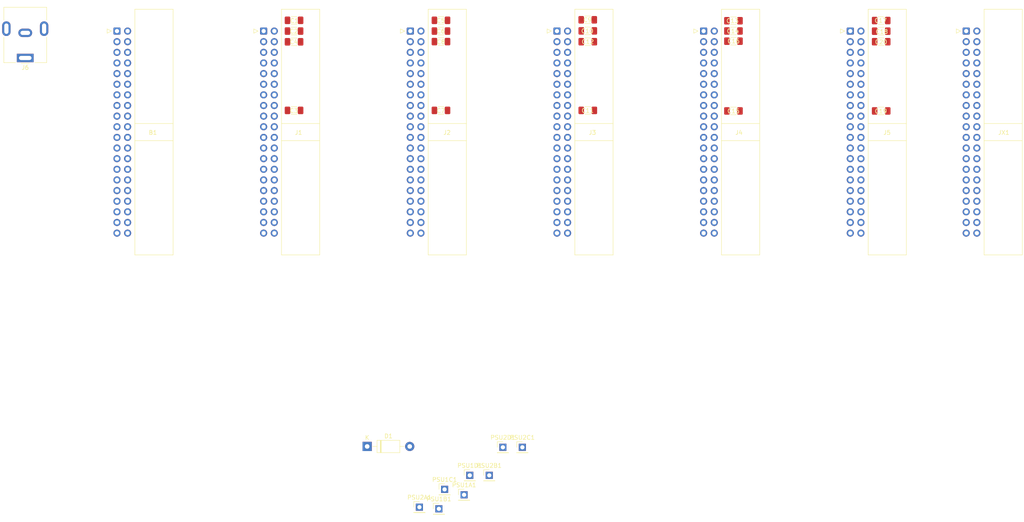
<source format=kicad_pcb>
(kicad_pcb (version 20211014) (generator pcbnew)
  (layers (0 "F.Cu" signal) (31 "B.Cu" signal) (34 "B.Paste" user) (35 "F.Paste" user) (36 "B.SilkS" user "B.Silkscreen") (37 "F.SilkS" user "F.Silkscreen") (38 "B.Mask" user) (39 "F.Mask" user) (44 "Edge.Cuts" user))
  (net 0 "")
  (net 2 "/GPIO02")
  (net 3 "/GPIO03")
  (net 4 "/GPIO04")
  (net 5 "GND")
  (net 6 "/GPIO17")
  (net 7 "/GPIO27")
  (net 8 "/GPIO22")
  (net 10 "/GPIO10")
  (net 11 "/GPIO09")
  (net 12 "/GPIO11")
  (net 13 "/GPIO00")
  (net 14 "/GPIO05")
  (net 15 "/GPIO06")
  (net 16 "/GPIO13")
  (net 17 "/GPIO19")
  (net 18 "/GPIO26")
  (net 19 "+5V")
  (net 20 "/GPIO14")
  (net 21 "/GPIO15")
  (net 22 "/GPIO18")
  (net 23 "/GPIO23")
  (net 24 "/GPIO24")
  (net 25 "/GPIO25")
  (net 26 "/GPIO08")
  (net 27 "/GPIO07")
  (net 28 "/GPIO01")
  (net 29 "/GPIO12")
  (net 30 "/GPIO16")
  (net 31 "/GPIO20")
  (net 32 "/GPIO21")
  (net 33 "+3V3")
  (net 34 "+12V")
  (net 35 "Net-(D1-Pad2)")
  (footprint "Connector_PinHeader_2.54mm:PinHeader_1x01_P2.54mm_Vertical" (layer "F.Cu") (at 129.1422 158.8852)
    (fp_text reference "PSU2A1" (at 0 -2.33) (layer "F.SilkS"))
    (fp_text value "PSUModulePin 1")
    (pad "1" thru_hole rect locked (at 0 0) (size 1.7 1.7) (drill 1) (layers *.Cu *.Mask) (net 34 "+12V"))
  )
  (footprint "Capacitor_SMD:C_1206_3216Metric_Pad1.33x1.80mm_HandSolder" (layer "F.Cu") (at 169.3283 45.1104)
    (fp_text reference "C10" (at -0.1147 0.0508) (layer "F.SilkS"))
    (fp_text value "100nF" hide)
    (pad "1" smd roundrect locked (at -1.5625 0) (size 1.325 1.8) (layers "F.Cu" "F.Paste" "F.Mask") (roundrect_rratio 0.188679) (net 19 "+5V"))
    (pad "2" smd roundrect locked (at 1.5625 0) (size 1.325 1.8) (layers "F.Cu" "F.Paste" "F.Mask") (roundrect_rratio 0.188679) (net 5 "GND"))
  )
  (footprint "Connector_PinHeader_2.54mm:PinHeader_1x01_P2.54mm_Vertical" (layer "F.Cu") (at 153.7122 144.5852)
    (fp_text reference "PSU2C1" (at 0 -2.33) (layer "F.SilkS"))
    (fp_text value "PSUModulePin 3")
    (pad "1" thru_hole rect locked (at 0 0) (size 1.7 1.7) (drill 1) (layers *.Cu *.Mask) (net 19 "+5V"))
  )
  (footprint "Capacitor_SMD:C_1206_3216Metric_Pad1.33x1.80mm_HandSolder" (layer "F.Cu") (at 99.2243 64.1096)
    (fp_text reference "C3" (at -0.0385 0.0762) (layer "F.SilkS"))
    (fp_text value "100nF" hide)
    (pad "1" smd roundrect locked (at -1.5625 0) (size 1.325 1.8) (layers "F.Cu" "F.Paste" "F.Mask") (roundrect_rratio 0.188679) (net 33 "+3V3"))
    (pad "2" smd roundrect locked (at 1.5625 0) (size 1.325 1.8) (layers "F.Cu" "F.Paste" "F.Mask") (roundrect_rratio 0.188679) (net 5 "GND"))
  )
  (footprint "Capacitor_SMD:C_1206_3216Metric_Pad1.33x1.80mm_HandSolder" (layer "F.Cu") (at 204.0878 45.1358)
    (fp_text reference "C14" (at -0.127 0.0508) (layer "F.SilkS"))
    (fp_text value "100nF" hide)
    (pad "1" smd roundrect locked (at -1.5625 0) (size 1.325 1.8) (layers "F.Cu" "F.Paste" "F.Mask") (roundrect_rratio 0.188679) (net 19 "+5V"))
    (pad "2" smd roundrect locked (at 1.5625 0) (size 1.325 1.8) (layers "F.Cu" "F.Paste" "F.Mask") (roundrect_rratio 0.188679) (net 5 "GND"))
  )
  (footprint "Capacitor_SMD:C_1206_3216Metric_Pad1.33x1.80mm_HandSolder" (layer "F.Cu") (at 99.2243 47.7266)
    (fp_text reference "C4" (at -0.0385 0.0254) (layer "F.SilkS"))
    (fp_text value "100nF" hide)
    (pad "1" smd roundrect locked (at -1.5625 0) (size 1.325 1.8) (layers "F.Cu" "F.Paste" "F.Mask") (roundrect_rratio 0.188679) (net 19 "+5V"))
    (pad "2" smd roundrect locked (at 1.5625 0) (size 1.325 1.8) (layers "F.Cu" "F.Paste" "F.Mask") (roundrect_rratio 0.188679) (net 5 "GND"))
  )
  (footprint "Connector_IDC:IDC-Header_2x20_P2.54mm_Horizontal" (layer "F.Cu") (at 196.9691 45.1612)
    (fp_text reference "J4" (at 8.4395 24.257) (layer "F.SilkS"))
    (fp_text value "IDC40 Angled" hide)
    (pad "1" thru_hole roundrect locked (at 0 0) (size 1.7 1.7) (drill 1) (layers *.Cu *.Mask) (roundrect_rratio 0.147059) (net 33 "+3V3"))
    (pad "2" thru_hole circle locked (at 2.54 0) (size 1.7 1.7) (drill 1) (layers *.Cu *.Mask) (net 19 "+5V"))
    (pad "3" thru_hole circle locked (at 0 2.54) (size 1.7 1.7) (drill 1) (layers *.Cu *.Mask) (net 2 "/GPIO02"))
    (pad "4" thru_hole circle locked (at 2.54 2.54) (size 1.7 1.7) (drill 1) (layers *.Cu *.Mask) (net 19 "+5V"))
    (pad "5" thru_hole circle locked (at 0 5.08) (size 1.7 1.7) (drill 1) (layers *.Cu *.Mask) (net 3 "/GPIO03"))
    (pad "6" thru_hole circle locked (at 2.54 5.08) (size 1.7 1.7) (drill 1) (layers *.Cu *.Mask) (net 5 "GND"))
    (pad "7" thru_hole circle locked (at 0 7.62) (size 1.7 1.7) (drill 1) (layers *.Cu *.Mask) (net 4 "/GPIO04"))
    (pad "8" thru_hole circle locked (at 2.54 7.62) (size 1.7 1.7) (drill 1) (layers *.Cu *.Mask) (net 20 "/GPIO14"))
    (pad "9" thru_hole circle locked (at 0 10.16) (size 1.7 1.7) (drill 1) (layers *.Cu *.Mask) (net 5 "GND"))
    (pad "10" thru_hole circle locked (at 2.54 10.16) (size 1.7 1.7) (drill 1) (layers *.Cu *.Mask) (net 21 "/GPIO15"))
    (pad "11" thru_hole circle locked (at 0 12.7) (size 1.7 1.7) (drill 1) (layers *.Cu *.Mask) (net 6 "/GPIO17"))
    (pad "12" thru_hole circle locked (at 2.54 12.7) (size 1.7 1.7) (drill 1) (layers *.Cu *.Mask) (net 22 "/GPIO18"))
    (pad "13" thru_hole circle locked (at 0 15.24) (size 1.7 1.7) (drill 1) (layers *.Cu *.Mask) (net 7 "/GPIO27"))
    (pad "14" thru_hole circle locked (at 2.54 15.24) (size 1.7 1.7) (drill 1) (layers *.Cu *.Mask) (net 5 "GND"))
    (pad "15" thru_hole circle locked (at 0 17.78) (size 1.7 1.7) (drill 1) (layers *.Cu *.Mask) (net 8 "/GPIO22"))
    (pad "16" thru_hole circle locked (at 2.54 17.78) (size 1.7 1.7) (drill 1) (layers *.Cu *.Mask) (net 23 "/GPIO23"))
    (pad "17" thru_hole circle locked (at 0 20.32) (size 1.7 1.7) (drill 1) (layers *.Cu *.Mask) (net 33 "+3V3"))
    (pad "18" thru_hole circle locked (at 2.54 20.32) (size 1.7 1.7) (drill 1) (layers *.Cu *.Mask) (net 24 "/GPIO24"))
    (pad "19" thru_hole circle locked (at 0 22.86) (size 1.7 1.7) (drill 1) (layers *.Cu *.Mask) (net 10 "/GPIO10"))
    (pad "20" thru_hole circle locked (at 2.54 22.86) (size 1.7 1.7) (drill 1) (layers *.Cu *.Mask) (net 5 "GND"))
    (pad "21" thru_hole circle locked (at 0 25.4) (size 1.7 1.7) (drill 1) (layers *.Cu *.Mask) (net 11 "/GPIO09"))
    (pad "22" thru_hole circle locked (at 2.54 25.4) (size 1.7 1.7) (drill 1) (layers *.Cu *.Mask) (net 25 "/GPIO25"))
    (pad "23" thru_hole circle locked (at 0 27.94) (size 1.7 1.7) (drill 1) (layers *.Cu *.Mask) (net 12 "/GPIO11"))
    (pad "24" thru_hole circle locked (at 2.54 27.94) (size 1.7 1.7) (drill 1) (layers *.Cu *.Mask) (net 26 "/GPIO08"))
    (pad "25" thru_hole circle locked (at 0 30.48) (size 1.7 1.7) (drill 1) (layers *.Cu *.Mask) (net 5 "GND"))
    (pad "26" thru_hole circle locked (at 2.54 30.48) (size 1.7 1.7) (drill 1) (layers *.Cu *.Mask) (net 27 "/GPIO07"))
    (pad "27" thru_hole circle locked (at 0 33.02) (size 1.7 1.7) (drill 1) (layers *.Cu *.Mask) (net 13 "/GPIO00"))
    (pad "28" thru_hole circle locked (at 2.54 33.02) (size 1.7 1.7) (drill 1) (layers *.Cu *.Mask) (net 28 "/GPIO01"))
    (pad "29" thru_hole circle locked (at 0 35.56) (size 1.7 1.7) (drill 1) (layers *.Cu *.Mask) (net 14 "/GPIO05"))
    (pad "30" thru_hole circle locked (at 2.54 35.56) (size 1.7 1.7) (drill 1) (layers *.Cu *.Mask) (net 5 "GND"))
    (pad "31" thru_hole circle locked (at 0 38.1) (size 1.7 1.7) (drill 1) (layers *.Cu *.Mask) (net 15 "/GPIO06"))
    (pad "32" thru_hole circle locked (at 2.54 38.1) (size 1.7 1.7) (drill 1) (layers *.Cu *.Mask) (net 29 "/GPIO12"))
    (pad "33" thru_hole circle locked (at 0 40.64) (size 1.7 1.7) (drill 1) (layers *.Cu *.Mask) (net 16 "/GPIO13"))
    (pad "34" thru_hole circle locked (at 2.54 40.64) (size 1.7 1.7) (drill 1) (layers *.Cu *.Mask) (net 5 "GND"))
    (pad "35" thru_hole circle locked (at 0 43.18) (size 1.7 1.7) (drill 1) (layers *.Cu *.Mask) (net 17 "/GPIO19"))
    (pad "36" thru_hole circle locked (at 2.54 43.18) (size 1.7 1.7) (drill 1) (layers *.Cu *.Mask) (net 30 "/GPIO16"))
    (pad "37" thru_hole circle locked (at 0 45.72) (size 1.7 1.7) (drill 1) (layers *.Cu *.Mask) (net 18 "/GPIO26"))
    (pad "38" thru_hole circle locked (at 2.54 45.72) (size 1.7 1.7) (drill 1) (layers *.Cu *.Mask) (net 31 "/GPIO20"))
    (pad "39" thru_hole circle locked (at 0 48.26) (size 1.7 1.7) (drill 1) (layers *.Cu *.Mask) (net 5 "GND"))
    (pad "40" thru_hole circle locked (at 2.54 48.26) (size 1.7 1.7) (drill 1) (layers *.Cu *.Mask) (net 32 "/GPIO21"))
  )
  (footprint "Capacitor_SMD:C_1206_3216Metric_Pad1.33x1.80mm_HandSolder" (layer "F.Cu") (at 239.343 42.6466)
    (fp_text reference "C17" (at -0.127 0) (layer "F.SilkS"))
    (fp_text value "100nF" hide)
    (pad "1" smd roundrect locked (at -1.5625 0) (size 1.325 1.8) (layers "F.Cu" "F.Paste" "F.Mask") (roundrect_rratio 0.188679) (net 33 "+3V3"))
    (pad "2" smd roundrect locked (at 1.5625 0) (size 1.325 1.8) (layers "F.Cu" "F.Paste" "F.Mask") (roundrect_rratio 0.188679) (net 5 "GND"))
  )
  (footprint "Capacitor_SMD:C_1206_3216Metric_Pad1.33x1.80mm_HandSolder" (layer "F.Cu") (at 134.2886 64.1096)
    (fp_text reference "C7" (at -0.0254 0.0762) (layer "F.SilkS"))
    (fp_text value "100nF" hide)
    (pad "1" smd roundrect locked (at -1.5625 0) (size 1.325 1.8) (layers "F.Cu" "F.Paste" "F.Mask") (roundrect_rratio 0.188679) (net 33 "+3V3"))
    (pad "2" smd roundrect locked (at 1.5625 0) (size 1.325 1.8) (layers "F.Cu" "F.Paste" "F.Mask") (roundrect_rratio 0.188679) (net 5 "GND"))
  )
  (footprint "Capacitor_SMD:C_1206_3216Metric_Pad1.33x1.80mm_HandSolder" (layer "F.Cu") (at 134.2886 42.5958)
    (fp_text reference "C5" (at -0.0254 0.0508) (layer "F.SilkS"))
    (fp_text value "100nF" hide)
    (pad "1" smd roundrect locked (at -1.5625 0) (size 1.325 1.8) (layers "F.Cu" "F.Paste" "F.Mask") (roundrect_rratio 0.188679) (net 33 "+3V3"))
    (pad "2" smd roundrect locked (at 1.5625 0) (size 1.325 1.8) (layers "F.Cu" "F.Paste" "F.Mask") (roundrect_rratio 0.188679) (net 5 "GND"))
  )
  (footprint "Capacitor_SMD:C_1206_3216Metric_Pad1.33x1.80mm_HandSolder" (layer "F.Cu") (at 169.3283 64.1096)
    (fp_text reference "C11" (at -0.0385 0.0508) (layer "F.SilkS"))
    (fp_text value "100nF" hide)
    (pad "1" smd roundrect locked (at -1.5625 0) (size 1.325 1.8) (layers "F.Cu" "F.Paste" "F.Mask") (roundrect_rratio 0.188679) (net 33 "+3V3"))
    (pad "2" smd roundrect locked (at 1.5625 0) (size 1.325 1.8) (layers "F.Cu" "F.Paste" "F.Mask") (roundrect_rratio 0.188679) (net 5 "GND"))
  )
  (footprint "Connector_IDC:IDC-Header_2x20_P2.54mm_Horizontal" (layer "F.Cu") (at 126.9691 45.1612)
    (fp_text reference "J2" (at 8.7673 24.257) (layer "F.SilkS"))
    (fp_text value "IDC40 Angled" hide)
    (pad "1" thru_hole roundrect locked (at 0 0) (size 1.7 1.7) (drill 1) (layers *.Cu *.Mask) (roundrect_rratio 0.147059) (net 33 "+3V3"))
    (pad "2" thru_hole circle locked (at 2.54 0) (size 1.7 1.7) (drill 1) (layers *.Cu *.Mask) (net 19 "+5V"))
    (pad "3" thru_hole circle locked (at 0 2.54) (size 1.7 1.7) (drill 1) (layers *.Cu *.Mask) (net 2 "/GPIO02"))
    (pad "4" thru_hole circle locked (at 2.54 2.54) (size 1.7 1.7) (drill 1) (layers *.Cu *.Mask) (net 19 "+5V"))
    (pad "5" thru_hole circle locked (at 0 5.08) (size 1.7 1.7) (drill 1) (layers *.Cu *.Mask) (net 3 "/GPIO03"))
    (pad "6" thru_hole circle locked (at 2.54 5.08) (size 1.7 1.7) (drill 1) (layers *.Cu *.Mask) (net 5 "GND"))
    (pad "7" thru_hole circle locked (at 0 7.62) (size 1.7 1.7) (drill 1) (layers *.Cu *.Mask) (net 4 "/GPIO04"))
    (pad "8" thru_hole circle locked (at 2.54 7.62) (size 1.7 1.7) (drill 1) (layers *.Cu *.Mask) (net 20 "/GPIO14"))
    (pad "9" thru_hole circle locked (at 0 10.16) (size 1.7 1.7) (drill 1) (layers *.Cu *.Mask) (net 5 "GND"))
    (pad "10" thru_hole circle locked (at 2.54 10.16) (size 1.7 1.7) (drill 1) (layers *.Cu *.Mask) (net 21 "/GPIO15"))
    (pad "11" thru_hole circle locked (at 0 12.7) (size 1.7 1.7) (drill 1) (layers *.Cu *.Mask) (net 6 "/GPIO17"))
    (pad "12" thru_hole circle locked (at 2.54 12.7) (size 1.7 1.7) (drill 1) (layers *.Cu *.Mask) (net 22 "/GPIO18"))
    (pad "13" thru_hole circle locked (at 0 15.24) (size 1.7 1.7) (drill 1) (layers *.Cu *.Mask) (net 7 "/GPIO27"))
    (pad "14" thru_hole circle locked (at 2.54 15.24) (size 1.7 1.7) (drill 1) (layers *.Cu *.Mask) (net 5 "GND"))
    (pad "15" thru_hole circle locked (at 0 17.78) (size 1.7 1.7) (drill 1) (layers *.Cu *.Mask) (net 8 "/GPIO22"))
    (pad "16" thru_hole circle locked (at 2.54 17.78) (size 1.7 1.7) (drill 1) (layers *.Cu *.Mask) (net 23 "/GPIO23"))
    (pad "17" thru_hole circle locked (at 0 20.32) (size 1.7 1.7) (drill 1) (layers *.Cu *.Mask) (net 33 "+3V3"))
    (pad "18" thru_hole circle locked (at 2.54 20.32) (size 1.7 1.7) (drill 1) (layers *.Cu *.Mask) (net 24 "/GPIO24"))
    (pad "19" thru_hole circle locked (at 0 22.86) (size 1.7 1.7) (drill 1) (layers *.Cu *.Mask) (net 10 "/GPIO10"))
    (pad "20" thru_hole circle locked (at 2.54 22.86) (size 1.7 1.7) (drill 1) (layers *.Cu *.Mask) (net 5 "GND"))
    (pad "21" thru_hole circle locked (at 0 25.4) (size 1.7 1.7) (drill 1) (layers *.Cu *.Mask) (net 11 "/GPIO09"))
    (pad "22" thru_hole circle locked (at 2.54 25.4) (size 1.7 1.7) (drill 1) (layers *.Cu *.Mask) (net 25 "/GPIO25"))
    (pad "23" thru_hole circle locked (at 0 27.94) (size 1.7 1.7) (drill 1) (layers *.Cu *.Mask) (net 12 "/GPIO11"))
    (pad "24" thru_hole circle locked (at 2.54 27.94) (size 1.7 1.7) (drill 1) (layers *.Cu *.Mask) (net 26 "/GPIO08"))
    (pad "25" thru_hole circle locked (at 0 30.48) (size 1.7 1.7) (drill 1) (layers *.Cu *.Mask) (net 5 "GND"))
    (pad "26" thru_hole circle locked (at 2.54 30.48) (size 1.7 1.7) (drill 1) (layers *.Cu *.Mask) (net 27 "/GPIO07"))
    (pad "27" thru_hole circle locked (at 0 33.02) (size 1.7 1.7) (drill 1) (layers *.Cu *.Mask) (net 13 "/GPIO00"))
    (pad "28" thru_hole circle locked (at 2.54 33.02) (size 1.7 1.7) (drill 1) (layers *.Cu *.Mask) (net 28 "/GPIO01"))
    (pad "29" thru_hole circle locked (at 0 35.56) (size 1.7 1.7) (drill 1) (layers *.Cu *.Mask) (net 14 "/GPIO05"))
    (pad "30" thru_hole circle locked (at 2.54 35.56) (size 1.7 1.7) (drill 1) (layers *.Cu *.Mask) (net 5 "GND"))
    (pad "31" thru_hole circle locked (at 0 38.1) (size 1.7 1.7) (drill 1) (layers *.Cu *.Mask) (net 15 "/GPIO06"))
    (pad "32" thru_hole circle locked (at 2.54 38.1) (size 1.7 1.7) (drill 1) (layers *.Cu *.Mask) (net 29 "/GPIO12"))
    (pad "33" thru_hole circle locked (at 0 40.64) (size 1.7 1.7) (drill 1) (layers *.Cu *.Mask) (net 16 "/GPIO13"))
    (pad "34" thru_hole circle locked (at 2.54 40.64) (size 1.7 1.7) (drill 1) (layers *.Cu *.Mask) (net 5 "GND"))
    (pad "35" thru_hole circle locked (at 0 43.18) (size 1.7 1.7) (drill 1) (layers *.Cu *.Mask) (net 17 "/GPIO19"))
    (pad "36" thru_hole circle locked (at 2.54 43.18) (size 1.7 1.7) (drill 1) (layers *.Cu *.Mask) (net 30 "/GPIO16"))
    (pad "37" thru_hole circle locked (at 0 45.72) (size 1.7 1.7) (drill 1) (layers *.Cu *.Mask) (net 18 "/GPIO26"))
    (pad "38" thru_hole circle locked (at 2.54 45.72) (size 1.7 1.7) (drill 1) (layers *.Cu *.Mask) (net 31 "/GPIO20"))
    (pad "39" thru_hole circle locked (at 0 48.26) (size 1.7 1.7) (drill 1) (layers *.Cu *.Mask) (net 5 "GND"))
    (pad "40" thru_hole circle locked (at 2.54 48.26) (size 1.7 1.7) (drill 1) (layers *.Cu *.Mask) (net 32 "/GPIO21"))
  )
  (footprint "Capacitor_SMD:C_1206_3216Metric_Pad1.33x1.80mm_HandSolder" (layer "F.Cu") (at 239.343 47.7012)
    (fp_text reference "C20" (at -0.0254 0.0762) (layer "F.SilkS"))
    (fp_text value "100nF" hide)
    (pad "1" smd roundrect locked (at -1.5625 0) (size 1.325 1.8) (layers "F.Cu" "F.Paste" "F.Mask") (roundrect_rratio 0.188679) (net 19 "+5V"))
    (pad "2" smd roundrect locked (at 1.5625 0) (size 1.325 1.8) (layers "F.Cu" "F.Paste" "F.Mask") (roundrect_rratio 0.188679) (net 5 "GND"))
  )
  (footprint "Capacitor_SMD:C_1206_3216Metric_Pad1.33x1.80mm_HandSolder" (layer "F.Cu") (at 169.3283 47.7012)
    (fp_text reference "C12" (at -0.0131 0.0254) (layer "F.SilkS"))
    (fp_text value "100nF" hide)
    (pad "1" smd roundrect locked (at -1.5625 0) (size 1.325 1.8) (layers "F.Cu" "F.Paste" "F.Mask") (roundrect_rratio 0.188679) (net 19 "+5V"))
    (pad "2" smd roundrect locked (at 1.5625 0) (size 1.325 1.8) (layers "F.Cu" "F.Paste" "F.Mask") (roundrect_rratio 0.188679) (net 5 "GND"))
  )
  (footprint "Connector_IDC:IDC-Header_2x20_P2.54mm_Horizontal" (layer "F.Cu") (at 91.9691 45.1612)
    (fp_text reference "J1" (at 8.3343 24.257) (layer "F.SilkS"))
    (fp_text value "IDC40 Angled" hide)
    (pad "1" thru_hole roundrect locked (at 0 0) (size 1.7 1.7) (drill 1) (layers *.Cu *.Mask) (roundrect_rratio 0.147059) (net 33 "+3V3"))
    (pad "2" thru_hole circle locked (at 2.54 0) (size 1.7 1.7) (drill 1) (layers *.Cu *.Mask) (net 19 "+5V"))
    (pad "3" thru_hole circle locked (at 0 2.54) (size 1.7 1.7) (drill 1) (layers *.Cu *.Mask) (net 2 "/GPIO02"))
    (pad "4" thru_hole circle locked (at 2.54 2.54) (size 1.7 1.7) (drill 1) (layers *.Cu *.Mask) (net 19 "+5V"))
    (pad "5" thru_hole circle locked (at 0 5.08) (size 1.7 1.7) (drill 1) (layers *.Cu *.Mask) (net 3 "/GPIO03"))
    (pad "6" thru_hole circle locked (at 2.54 5.08) (size 1.7 1.7) (drill 1) (layers *.Cu *.Mask) (net 5 "GND"))
    (pad "7" thru_hole circle locked (at 0 7.62) (size 1.7 1.7) (drill 1) (layers *.Cu *.Mask) (net 4 "/GPIO04"))
    (pad "8" thru_hole circle locked (at 2.54 7.62) (size 1.7 1.7) (drill 1) (layers *.Cu *.Mask) (net 20 "/GPIO14"))
    (pad "9" thru_hole circle locked (at 0 10.16) (size 1.7 1.7) (drill 1) (layers *.Cu *.Mask) (net 5 "GND"))
    (pad "10" thru_hole circle locked (at 2.54 10.16) (size 1.7 1.7) (drill 1) (layers *.Cu *.Mask) (net 21 "/GPIO15"))
    (pad "11" thru_hole circle locked (at 0 12.7) (size 1.7 1.7) (drill 1) (layers *.Cu *.Mask) (net 6 "/GPIO17"))
    (pad "12" thru_hole circle locked (at 2.54 12.7) (size 1.7 1.7) (drill 1) (layers *.Cu *.Mask) (net 22 "/GPIO18"))
    (pad "13" thru_hole circle locked (at 0 15.24) (size 1.7 1.7) (drill 1) (layers *.Cu *.Mask) (net 7 "/GPIO27"))
    (pad "14" thru_hole circle locked (at 2.54 15.24) (size 1.7 1.7) (drill 1) (layers *.Cu *.Mask) (net 5 "GND"))
    (pad "15" thru_hole circle locked (at 0 17.78) (size 1.7 1.7) (drill 1) (layers *.Cu *.Mask) (net 8 "/GPIO22"))
    (pad "16" thru_hole circle locked (at 2.54 17.78) (size 1.7 1.7) (drill 1) (layers *.Cu *.Mask) (net 23 "/GPIO23"))
    (pad "17" thru_hole circle locked (at 0 20.32) (size 1.7 1.7) (drill 1) (layers *.Cu *.Mask) (net 33 "+3V3"))
    (pad "18" thru_hole circle locked (at 2.54 20.32) (size 1.7 1.7) (drill 1) (layers *.Cu *.Mask) (net 24 "/GPIO24"))
    (pad "19" thru_hole circle locked (at 0 22.86) (size 1.7 1.7) (drill 1) (layers *.Cu *.Mask) (net 10 "/GPIO10"))
    (pad "20" thru_hole circle locked (at 2.54 22.86) (size 1.7 1.7) (drill 1) (layers *.Cu *.Mask) (net 5 "GND"))
    (pad "21" thru_hole circle locked (at 0 25.4) (size 1.7 1.7) (drill 1) (layers *.Cu *.Mask) (net 11 "/GPIO09"))
    (pad "22" thru_hole circle locked (at 2.54 25.4) (size 1.7 1.7) (drill 1) (layers *.Cu *.Mask) (net 25 "/GPIO25"))
    (pad "23" thru_hole circle locked (at 0 27.94) (size 1.7 1.7) (drill 1) (layers *.Cu *.Mask) (net 12 "/GPIO11"))
    (pad "24" thru_hole circle locked (at 2.54 27.94) (size 1.7 1.7) (drill 1) (layers *.Cu *.Mask) (net 26 "/GPIO08"))
    (pad "25" thru_hole circle locked (at 0 30.48) (size 1.7 1.7) (drill 1) (layers *.Cu *.Mask) (net 5 "GND"))
    (pad "26" thru_hole circle locked (at 2.54 30.48) (size 1.7 1.7) (drill 1) (layers *.Cu *.Mask) (net 27 "/GPIO07"))
    (pad "27" thru_hole circle locked (at 0 33.02) (size 1.7 1.7) (drill 1) (layers *.Cu *.Mask) (net 13 "/GPIO00"))
    (pad "28" thru_hole circle locked (at 2.54 33.02) (size 1.7 1.7) (drill 1) (layers *.Cu *.Mask) (net 28 "/GPIO01"))
    (pad "29" thru_hole circle locked (at 0 35.56) (size 1.7 1.7) (drill 1) (layers *.Cu *.Mask) (net 14 "/GPIO05"))
    (pad "30" thru_hole circle locked (at 2.54 35.56) (size 1.7 1.7) (drill 1) (layers *.Cu *.Mask) (net 5 "GND"))
    (pad "31" thru_hole circle locked (at 0 38.1) (size 1.7 1.7) (drill 1) (layers *.Cu *.Mask) (net 15 "/GPIO06"))
    (pad "32" thru_hole circle locked (at 2.54 38.1) (size 1.7 1.7) (drill 1) (layers *.Cu *.Mask) (net 29 "/GPIO12"))
    (pad "33" thru_hole circle locked (at 0 40.64) (size 1.7 1.7) (drill 1) (layers *.Cu *.Mask) (net 16 "/GPIO13"))
    (pad "34" thru_hole circle locked (at 2.54 40.64) (size 1.7 1.7) (drill 1) (layers *.Cu *.Mask) (net 5 "GND"))
    (pad "35" thru_hole circle locked (at 0 43.18) (size 1.7 1.7) (drill 1) (layers *.Cu *.Mask) (net 17 "/GPIO19"))
    (pad "36" thru_hole circle locked (at 2.54 43.18) (size 1.7 1.7) (drill 1) (layers *.Cu *.Mask) (net 30 "/GPIO16"))
    (pad "37" thru_hole circle locked (at 0 45.72) (size 1.7 1.7) (drill 1) (layers *.Cu *.Mask) (net 18 "/GPIO26"))
    (pad "38" thru_hole circle locked (at 2.54 45.72) (size 1.7 1.7) (drill 1) (layers *.Cu *.Mask) (net 31 "/GPIO20"))
    (pad "39" thru_hole circle locked (at 0 48.26) (size 1.7 1.7) (drill 1) (layers *.Cu *.Mask) (net 5 "GND"))
    (pad "40" thru_hole circle locked (at 2.54 48.26) (size 1.7 1.7) (drill 1) (layers *.Cu *.Mask) (net 32 "/GPIO21"))
  )
  (footprint "Capacitor_SMD:C_1206_3216Metric_Pad1.33x1.80mm_HandSolder" (layer "F.Cu") (at 204.0878 47.5742)
    (fp_text reference "C16" (at 0.0254 0) (layer "F.SilkS"))
    (fp_text value "100nF" hide)
    (pad "1" smd roundrect locked (at -1.5625 0) (size 1.325 1.8) (layers "F.Cu" "F.Paste" "F.Mask") (roundrect_rratio 0.188679) (net 19 "+5V"))
    (pad "2" smd roundrect locked (at 1.5625 0) (size 1.325 1.8) (layers "F.Cu" "F.Paste" "F.Mask") (roundrect_rratio 0.188679) (net 5 "GND"))
  )
  (footprint "Connector_PinHeader_2.54mm:PinHeader_1x01_P2.54mm_Vertical" (layer "F.Cu") (at 145.8122 151.2852)
    (fp_text reference "PSU2B1" (at 0 -2.33) (layer "F.SilkS"))
    (fp_text value "PSUModulePin 2")
    (pad "1" thru_hole rect locked (at 0 0) (size 1.7 1.7) (drill 1) (layers *.Cu *.Mask) (net 5 "GND"))
  )
  (footprint "Connector_BarrelJack:BarrelJack_CUI_PJ-063AH_Horizontal" (layer "F.Cu") (at 35.0774 51.5874 180)
    (fp_text reference "J6" (at 0 -2.3) (layer "F.SilkS"))
    (fp_text value "Jack-DC")
    (pad "" np_thru_hole circle locked (at 0 9 180) (size 1.6 1.6) (drill 1.6) (layers *.Cu *.Mask))
    (pad "1" thru_hole rect locked (at 0 0 180) (size 4 2) (drill oval 3 1) (layers *.Cu *.Mask) (net 35 "Net-(D1-Pad2)"))
    (pad "2" thru_hole oval locked (at 0 6 180) (size 3.3 2) (drill oval 2.3 1) (layers *.Cu *.Mask) (net 5 "GND"))
    (pad "MP" thru_hole oval locked (at 4.5 7 180) (size 2 3.5) (drill oval 1 2.5) (layers *.Cu *.Mask))
    (pad "MP" thru_hole oval locked (at -4.5 7 180) (size 2 3.5) (drill oval 1 2.5) (layers *.Cu *.Mask))
  )
  (footprint "Connector_PinHeader_2.54mm:PinHeader_1x01_P2.54mm_Vertical" (layer "F.Cu") (at 135.1522 154.6352)
    (fp_text reference "PSU1C1" (at 0 -2.33) (layer "F.SilkS"))
    (fp_text value "PSUModulePin 3")
    (pad "1" thru_hole rect locked (at 0 0) (size 1.7 1.7) (drill 1) (layers *.Cu *.Mask) (net 33 "+3V3"))
  )
  (footprint "Connector_IDC:IDC-Header_2x20_P2.54mm_Horizontal" (layer "F.Cu") (at 56.9691 45.1612)
    (fp_text reference "B1" (at 8.5617 24.257) (layer "F.SilkS"))
    (fp_text value "IDC40 Angled" hide)
    (pad "1" thru_hole roundrect locked (at 0 0) (size 1.7 1.7) (drill 1) (layers *.Cu *.Mask) (roundrect_rratio 0.147059))
    (pad "2" thru_hole circle locked (at 2.54 0) (size 1.7 1.7) (drill 1) (layers *.Cu *.Mask) (net 19 "+5V"))
    (pad "3" thru_hole circle locked (at 0 2.54) (size 1.7 1.7) (drill 1) (layers *.Cu *.Mask) (net 2 "/GPIO02"))
    (pad "4" thru_hole circle locked (at 2.54 2.54) (size 1.7 1.7) (drill 1) (layers *.Cu *.Mask) (net 19 "+5V"))
    (pad "5" thru_hole circle locked (at 0 5.08) (size 1.7 1.7) (drill 1) (layers *.Cu *.Mask) (net 3 "/GPIO03"))
    (pad "6" thru_hole circle locked (at 2.54 5.08) (size 1.7 1.7) (drill 1) (layers *.Cu *.Mask) (net 5 "GND"))
    (pad "7" thru_hole circle locked (at 0 7.62) (size 1.7 1.7) (drill 1) (layers *.Cu *.Mask) (net 4 "/GPIO04"))
    (pad "8" thru_hole circle locked (at 2.54 7.62) (size 1.7 1.7) (drill 1) (layers *.Cu *.Mask) (net 20 "/GPIO14"))
    (pad "9" thru_hole circle locked (at 0 10.16) (size 1.7 1.7) (drill 1) (layers *.Cu *.Mask) (net 5 "GND"))
    (pad "10" thru_hole circle locked (at 2.54 10.16) (size 1.7 1.7) (drill 1) (layers *.Cu *.Mask) (net 21 "/GPIO15"))
    (pad "11" thru_hole circle locked (at 0 12.7) (size 1.7 1.7) (drill 1) (layers *.Cu *.Mask) (net 6 "/GPIO17"))
    (pad "12" thru_hole circle locked (at 2.54 12.7) (size 1.7 1.7) (drill 1) (layers *.Cu *.Mask) (net 22 "/GPIO18"))
    (pad "13" thru_hole circle locked (at 0 15.24) (size 1.7 1.7) (drill 1) (layers *.Cu *.Mask) (net 7 "/GPIO27"))
    (pad "14" thru_hole circle locked (at 2.54 15.24) (size 1.7 1.7) (drill 1) (layers *.Cu *.Mask) (net 5 "GND"))
    (pad "15" thru_hole circle locked (at 0 17.78) (size 1.7 1.7) (drill 1) (layers *.Cu *.Mask) (net 8 "/GPIO22"))
    (pad "16" thru_hole circle locked (at 2.54 17.78) (size 1.7 1.7) (drill 1) (layers *.Cu *.Mask) (net 23 "/GPIO23"))
    (pad "17" thru_hole circle locked (at 0 20.32) (size 1.7 1.7) (drill 1) (layers *.Cu *.Mask))
    (pad "18" thru_hole circle locked (at 2.54 20.32) (size 1.7 1.7) (drill 1) (layers *.Cu *.Mask) (net 24 "/GPIO24"))
    (pad "19" thru_hole circle locked (at 0 22.86) (size 1.7 1.7) (drill 1) (layers *.Cu *.Mask) (net 10 "/GPIO10"))
    (pad "20" thru_hole circle locked (at 2.54 22.86) (size 1.7 1.7) (drill 1) (layers *.Cu *.Mask) (net 5 "GND"))
    (pad "21" thru_hole circle locked (at 0 25.4) (size 1.7 1.7) (drill 1) (layers *.Cu *.Mask) (net 11 "/GPIO09"))
    (pad "22" thru_hole circle locked (at 2.54 25.4) (size 1.7 1.7) (drill 1) (layers *.Cu *.Mask) (net 25 "/GPIO25"))
    (pad "23" thru_hole circle locked (at 0 27.94) (size 1.7 1.7) (drill 1) (layers *.Cu *.Mask) (net 12 "/GPIO11"))
    (pad "24" thru_hole circle locked (at 2.54 27.94) (size 1.7 1.7) (drill 1) (layers *.Cu *.Mask) (net 26 "/GPIO08"))
    (pad "25" thru_hole circle locked (at 0 30.48) (size 1.7 1.7) (drill 1) (layers *.Cu *.Mask) (net 5 "GND"))
    (pad "26" thru_hole circle locked (at 2.54 30.48) (size 1.7 1.7) (drill 1) (layers *.Cu *.Mask) (net 27 "/GPIO07"))
    (pad "27" thru_hole circle locked (at 0 33.02) (size 1.7 1.7) (drill 1) (layers *.Cu *.Mask) (net 13 "/GPIO00"))
    (pad "28" thru_hole circle locked (at 2.54 33.02) (size 1.7 1.7) (drill 1) (layers *.Cu *.Mask) (net 28 "/GPIO01"))
    (pad "29" thru_hole circle locked (at 0 35.56) (size 1.7 1.7) (drill 1) (layers *.Cu *.Mask) (net 14 "/GPIO05"))
    (pad "30" thru_hole circle locked (at 2.54 35.56) (size 1.7 1.7) (drill 1) (layers *.Cu *.Mask) (net 5 "GND"))
    (pad "31" thru_hole circle locked (at 0 38.1) (size 1.7 1.7) (drill 1) (layers *.Cu *.Mask) (net 15 "/GPIO06"))
    (pad "32" thru_hole circle locked (at 2.54 38.1) (size 1.7 1.7) (drill 1) (layers *.Cu *.Mask) (net 29 "/GPIO12"))
    (pad "33" thru_hole circle locked (at 0 40.64) (size 1.7 1.7) (drill 1) (layers *.Cu *.Mask) (net 16 "/GPIO13"))
    (pad "34" thru_hole circle locked (at 2.54 40.64) (size 1.7 1.7) (drill 1) (layers *.Cu *.Mask) (net 5 "GND"))
    (pad "35" thru_hole circle locked (at 0 43.18) (size 1.7 1.7) (drill 1) (layers *.Cu *.Mask) (net 17 "/GPIO19"))
    (pad "36" thru_hole circle locked (at 2.54 43.18) (size 1.7 1.7) (drill 1) (layers *.Cu *.Mask) (net 30 "/GPIO16"))
    (pad "37" thru_hole circle locked (at 0 45.72) (size 1.7 1.7) (drill 1) (layers *.Cu *.Mask) (net 18 "/GPIO26"))
    (pad "38" thru_hole circle locked (at 2.54 45.72) (size 1.7 1.7) (drill 1) (layers *.Cu *.Mask) (net 31 "/GPIO20"))
    (pad "39" thru_hole circle locked (at 0 48.26) (size 1.7 1.7) (drill 1) (layers *.Cu *.Mask) (net 5 "GND"))
    (pad "40" thru_hole circle locked (at 2.54 48.26) (size 1.7 1.7) (drill 1) (layers *.Cu *.Mask) (net 32 "/GPIO21"))
  )
  (footprint "Capacitor_SMD:C_1206_3216Metric_Pad1.33x1.80mm_HandSolder" (layer "F.Cu") (at 239.343 64.2366)
    (fp_text reference "C19" (at -0.0762 0.0762) (layer "F.SilkS"))
    (fp_text value "100nF" hide)
    (pad "1" smd roundrect locked (at -1.5625 0) (size 1.325 1.8) (layers "F.Cu" "F.Paste" "F.Mask") (roundrect_rratio 0.188679) (net 33 "+3V3"))
    (pad "2" smd roundrect locked (at 1.5625 0) (size 1.325 1.8) (layers "F.Cu" "F.Paste" "F.Mask") (roundrect_rratio 0.188679) (net 5 "GND"))
  )
  (footprint "Capacitor_SMD:C_1206_3216Metric_Pad1.33x1.80mm_HandSolder" (layer "F.Cu") (at 134.2886 45.1612)
    (fp_text reference "C6" (at -0.0254 0.0508) (layer "F.SilkS"))
    (fp_text value "100nF" hide)
    (pad "1" smd roundrect locked (at -1.5625 0) (size 1.325 1.8) (layers "F.Cu" "F.Paste" "F.Mask") (roundrect_rratio 0.188679) (net 19 "+5V"))
    (pad "2" smd roundrect locked (at 1.5625 0) (size 1.325 1.8) (layers "F.Cu" "F.Paste" "F.Mask") (roundrect_rratio 0.188679) (net 5 "GND"))
  )
  (footprint "Connector_PinHeader_2.54mm:PinHeader_1x01_P2.54mm_Vertical" (layer "F.Cu") (at 141.1622 151.2852)
    (fp_text reference "PSU1D1" (at 0 -2.33) (layer "F.SilkS"))
    (fp_text value "PSUModulePin 4")
    (pad "1" thru_hole rect locked (at 0 0) (size 1.7 1.7) (drill 1) (layers *.Cu *.Mask) (net 5 "GND"))
  )
  (footprint "Connector_PinHeader_2.54mm:PinHeader_1x01_P2.54mm_Vertical" (layer "F.Cu") (at 149.0622 144.5852)
    (fp_text reference "PSU2D1" (at 0 -2.33) (layer "F.SilkS"))
    (fp_text value "PSUModulePin 4")
    (pad "1" thru_hole rect locked (at 0 0) (size 1.7 1.7) (drill 1) (layers *.Cu *.Mask) (net 5 "GND"))
  )
  (footprint "Connector_IDC:IDC-Header_2x20_P2.54mm_Horizontal" (layer "F.Cu") (at 161.9691 45.1612)
    (fp_text reference "J3" (at 8.4637 24.257) (layer "F.SilkS"))
    (fp_text value "IDC40 Angled" hide)
    (pad "1" thru_hole roundrect locked (at 0 0) (size 1.7 1.7) (drill 1) (layers *.Cu *.Mask) (roundrect_rratio 0.147059) (net 33 "+3V3"))
    (pad "2" thru_hole circle locked (at 2.54 0) (size 1.7 1.7) (drill 1) (layers *.Cu *.Mask) (net 19 "+5V"))
    (pad "3" thru_hole circle locked (at 0 2.54) (size 1.7 1.7) (drill 1) (layers *.Cu *.Mask) (net 2 "/GPIO02"))
    (pad "4" thru_hole circle locked (at 2.54 2.54) (size 1.7 1.7) (drill 1) (layers *.Cu *.Mask) (net 19 "+5V"))
    (pad "5" thru_hole circle locked (at 0 5.08) (size 1.7 1.7) (drill 1) (layers *.Cu *.Mask) (net 3 "/GPIO03"))
    (pad "6" thru_hole circle locked (at 2.54 5.08) (size 1.7 1.7) (drill 1) (layers *.Cu *.Mask) (net 5 "GND"))
    (pad "7" thru_hole circle locked (at 0 7.62) (size 1.7 1.7) (drill 1) (layers *.Cu *.Mask) (net 4 "/GPIO04"))
    (pad "8" thru_hole circle locked (at 2.54 7.62) (size 1.7 1.7) (drill 1) (layers *.Cu *.Mask) (net 20 "/GPIO14"))
    (pad "9" thru_hole circle locked (at 0 10.16) (size 1.7 1.7) (drill 1) (layers *.Cu *.Mask) (net 5 "GND"))
    (pad "10" thru_hole circle locked (at 2.54 10.16) (size 1.7 1.7) (drill 1) (layers *.Cu *.Mask) (net 21 "/GPIO15"))
    (pad "11" thru_hole circle locked (at 0 12.7) (size 1.7 1.7) (drill 1) (layers *.Cu *.Mask) (net 6 "/GPIO17"))
    (pad "12" thru_hole circle locked (at 2.54 12.7) (size 1.7 1.7) (drill 1) (layers *.Cu *.Mask) (net 22 "/GPIO18"))
    (pad "13" thru_hole circle locked (at 0 15.24) (size 1.7 1.7) (drill 1) (layers *.Cu *.Mask) (net 7 "/GPIO27"))
    (pad "14" thru_hole circle locked (at 2.54 15.24) (size 1.7 1.7) (drill 1) (layers *.Cu *.Mask) (net 5 "GND"))
    (pad "15" thru_hole circle locked (at 0 17.78) (size 1.7 1.7) (drill 1) (layers *.Cu *.Mask) (net 8 "/GPIO22"))
    (pad "16" thru_hole circle locked (at 2.54 17.78) (size 1.7 1.7) (drill 1) (layers *.Cu *.Mask) (net 23 "/GPIO23"))
    (pad "17" thru_hole circle locked (at 0 20.32) (size 1.7 1.7) (drill 1) (layers *.Cu *.Mask) (net 33 "+3V3"))
    (pad "18" thru_hole circle locked (at 2.54 20.32) (size 1.7 1.7) (drill 1) (layers *.Cu *.Mask) (net 24 "/GPIO24"))
    (pad "19" thru_hole circle locked (at 0 22.86) (size 1.7 1.7) (drill 1) (layers *.Cu *.Mask) (net 10 "/GPIO10"))
    (pad "20" thru_hole circle locked (at 2.54 22.86) (size 1.7 1.7) (drill 1) (layers *.Cu *.Mask) (net 5 "GND"))
    (pad "21" thru_hole circle locked (at 0 25.4) (size 1.7 1.7) (drill 1) (layers *.Cu *.Mask) (net 11 "/GPIO09"))
    (pad "22" thru_hole circle locked (at 2.54 25.4) (size 1.7 1.7) (drill 1) (layers *.Cu *.Mask) (net 25 "/GPIO25"))
    (pad "23" thru_hole circle locked (at 0 27.94) (size 1.7 1.7) (drill 1) (layers *.Cu *.Mask) (net 12 "/GPIO11"))
    (pad "24" thru_hole circle locked (at 2.54 27.94) (size 1.7 1.7) (drill 1) (layers *.Cu *.Mask) (net 26 "/GPIO08"))
    (pad "25" thru_hole circle locked (at 0 30.48) (size 1.7 1.7) (drill 1) (layers *.Cu *.Mask) (net 5 "GND"))
    (pad "26" thru_hole circle locked (at 2.54 30.48) (size 1.7 1.7) (drill 1) (layers *.Cu *.Mask) (net 27 "/GPIO07"))
    (pad "27" thru_hole circle locked (at 0 33.02) (size 1.7 1.7) (drill 1) (layers *.Cu *.Mask) (net 13 "/GPIO00"))
    (pad "28" thru_hole circle locked (at 2.54 33.02) (size 1.7 1.7) (drill 1) (layers *.Cu *.Mask) (net 28 "/GPIO01"))
    (pad "29" thru_hole circle locked (at 0 35.56) (size 1.7 1.7) (drill 1) (layers *.Cu *.Mask) (net 14 "/GPIO05"))
    (pad "30" thru_hole circle locked (at 2.54 35.56) (size 1.7 1.7) (drill 1) (layers *.Cu *.Mask) (net 5 "GND"))
    (pad "31" thru_hole circle locked (at 0 38.1) (size 1.7 1.7) (drill 1) (layers *.Cu *.Mask) (net 15 "/GPIO06"))
    (pad "32" thru_hole circle locked (at 2.54 38.1) (size 1.7 1.7) (drill 1) (layers *.Cu *.Mask) (net 29 "/GPIO12"))
    (pad "33" thru_hole circle locked (at 0 40.64) (size 1.7 1.7) (drill 1) (layers *.Cu *.Mask) (net 16 "/GPIO13"))
    (pad "34" thru_hole circle locked (at 2.54 40.64) (size 1.7 1.7) (drill 1) (layers *.Cu *.Mask) (net 5 "GND"))
    (pad "35" thru_hole circle locked (at 0 43.18) (size 1.7 1.7) (drill 1) (layers *.Cu *.Mask) (net 17 "/GPIO19"))
    (pad "36" thru_hole circle locked (at 2.54 43.18) (size 1.7 1.7) (drill 1) (layers *.Cu *.Mask) (net 30 "/GPIO16"))
    (pad "37" thru_hole circle locked (at 0 45.72) (size 1.7 1.7) (drill 1) (layers *.Cu *.Mask) (net 18 "/GPIO26"))
    (pad "38" thru_hole circle locked (at 2.54 45.72) (size 1.7 1.7) (drill 1) (layers *.Cu *.Mask) (net 31 "/GPIO20"))
    (pad "39" thru_hole circle locked (at 0 48.26) (size 1.7 1.7) (drill 1) (layers *.Cu *.Mask) (net 5 "GND"))
    (pad "40" thru_hole circle locked (at 2.54 48.26) (size 1.7 1.7) (drill 1) (layers *.Cu *.Mask) (net 32 "/GPIO21"))
  )
  (footprint "Connector_IDC:IDC-Header_2x20_P2.54mm_Horizontal" (layer "F.Cu") (at 231.9691 45.1612)
    (fp_text reference "J5" (at 8.7709 24.257) (layer "F.SilkS"))
    (fp_text value "IDC40 Angled" hide)
    (pad "1" thru_hole roundrect locked (at 0 0) (size 1.7 1.7) (drill 1) (layers *.Cu *.Mask) (roundrect_rratio 0.147059) (net 33 "+3V3"))
    (pad "2" thru_hole circle locked (at 2.54 0) (size 1.7 1.7) (drill 1) (layers *.Cu *.Mask) (net 19 "+5V"))
    (pad "3" thru_hole circle locked (at 0 2.54) (size 1.7 1.7) (drill 1) (layers *.Cu *.Mask) (net 2 "/GPIO02"))
    (pad "4" thru_hole circle locked (at 2.54 2.54) (size 1.7 1.7) (drill 1) (layers *.Cu *.Mask) (net 19 "+5V"))
    (pad "5" thru_hole circle locked (at 0 5.08) (size 1.7 1.7) (drill 1) (layers *.Cu *.Mask) (net 3 "/GPIO03"))
    (pad "6" thru_hole circle locked (at 2.54 5.08) (size 1.7 1.7) (drill 1) (layers *.Cu *.Mask) (net 5 "GND"))
    (pad "7" thru_hole circle locked (at 0 7.62) (size 1.7 1.7) (drill 1) (layers *.Cu *.Mask) (net 4 "/GPIO04"))
    (pad "8" thru_hole circle locked (at 2.54 7.62) (size 1.7 1.7) (drill 1) (layers *.Cu *.Mask) (net 20 "/GPIO14"))
    (pad "9" thru_hole circle locked (at 0 10.16) (size 1.7 1.7) (drill 1) (layers *.Cu *.Mask) (net 5 "GND"))
    (pad "10" thru_hole circle locked (at 2.54 10.16) (size 1.7 1.7) (drill 1) (layers *.Cu *.Mask) (net 21 "/GPIO15"))
    (pad "11" thru_hole circle locked (at 0 12.7) (size 1.7 1.7) (drill 1) (layers *.Cu *.Mask) (net 6 "/GPIO17"))
    (pad "12" thru_hole circle locked (at 2.54 12.7) (size 1.7 1.7) (drill 1) (layers *.Cu *.Mask) (net 22 "/GPIO18"))
    (pad "13" thru_hole circle locked (at 0 15.24) (size 1.7 1.7) (drill 1) (layers *.Cu *.Mask) (net 7 "/GPIO27"))
    (pad "14" thru_hole circle locked (at 2.54 15.24) (size 1.7 1.7) (drill 1) (layers *.Cu *.Mask) (net 5 "GND"))
    (pad "15" thru_hole circle locked (at 0 17.78) (size 1.7 1.7) (drill 1) (layers *.Cu *.Mask) (net 8 "/GPIO22"))
    (pad "16" thru_hole circle locked (at 2.54 17.78) (size 1.7 1.7) (drill 1) (layers *.Cu *.Mask) (net 23 "/GPIO23"))
    (pad "17" thru_hole circle locked (at 0 20.32) (size 1.7 1.7) (drill 1) (layers *.Cu *.Mask) (net 33 "+3V3"))
    (pad "18" thru_hole circle locked (at 2.54 20.32) (size 1.7 1.7) (drill 1) (layers *.Cu *.Mask) (net 24 "/GPIO24"))
    (pad "19" thru_hole circle locked (at 0 22.86) (size 1.7 1.7) (drill 1) (layers *.Cu *.Mask) (net 10 "/GPIO10"))
    (pad "20" thru_hole circle locked (at 2.54 22.86) (size 1.7 1.7) (drill 1) (layers *.Cu *.Mask) (net 5 "GND"))
    (pad "21" thru_hole circle locked (at 0 25.4) (size 1.7 1.7) (drill 1) (layers *.Cu *.Mask) (net 11 "/GPIO09"))
    (pad "22" thru_hole circle locked (at 2.54 25.4) (size 1.7 1.7) (drill 1) (layers *.Cu *.Mask) (net 25 "/GPIO25"))
    (pad "23" thru_hole circle locked (at 0 27.94) (size 1.7 1.7) (drill 1) (layers *.Cu *.Mask) (net 12 "/GPIO11"))
    (pad "24" thru_hole circle locked (at 2.54 27.94) (size 1.7 1.7) (drill 1) (layers *.Cu *.Mask) (net 26 "/GPIO08"))
    (pad "25" thru_hole circle locked (at 0 30.48) (size 1.7 1.7) (drill 1) (layers *.Cu *.Mask) (net 5 "GND"))
    (pad "26" thru_hole circle locked (at 2.54 30.48) (size 1.7 1.7) (drill 1) (layers *.Cu *.Mask) (net 27 "/GPIO07"))
    (pad "27" thru_hole circle locked (at 0 33.02) (size 1.7 1.7) (drill 1) (layers *.Cu *.Mask) (net 13 "/GPIO00"))
    (pad "28" thru_hole circle locked (at 2.54 33.02) (size 1.7 1.7) (drill 1) (layers *.Cu *.Mask) (net 28 "/GPIO01"))
    (pad "29" thru_hole circle locked (at 0 35.56) (size 1.7 1.7) (drill 1) (layers *.Cu *.Mask) (net 14 "/GPIO05"))
    (pad "30" thru_hole circle locked (at 2.54 35.56) (size 1.7 1.7) (drill 1) (layers *.Cu *.Mask) (net 5 "GND"))
    (pad "31" thru_hole circle locked (at 0 38.1) (size 1.7 1.7) (drill 1) (layers *.Cu *.Mask) (net 15 "/GPIO06"))
    (pad "32" thru_hole circle locked (at 2.54 38.1) (size 1.7 1.7) (drill 1) (layers *.Cu *.Mask) (net 29 "/GPIO12"))
    (pad "33" thru_hole circle locked (at 0 40.64) (size 1.7 1.7) (drill 1) (layers *.Cu *.Mask) (net 16 "/GPIO13"))
    (pad "34" thru_hole circle locked (at 2.54 40.64) (size 1.7 1.7) (drill 1) (layers *.Cu *.Mask) (net 5 "GND"))
    (pad "35" thru_hole circle locked (at 0 43.18) (size 1.7 1.7) (drill 1) (layers *.Cu *.Mask) (net 17 "/GPIO19"))
    (pad "36" thru_hole circle locked (at 2.54 43.18) (size 1.7 1.7) (drill 1) (layers *.Cu *.Mask) (net 30 "/GPIO16"))
    (pad "37" thru_hole circle locked (at 0 45.72) (size 1.7 1.7) (drill 1) (layers *.Cu *.Mask) (net 18 "/GPIO26"))
    (pad "38" thru_hole circle locked (at 2.54 45.72) (size 1.7 1.7) (drill 1) (layers *.Cu *.Mask) (net 31 "/GPIO20"))
    (pad "39" thru_hole circle locked (at 0 48.26) (size 1.7 1.7) (drill 1) (layers *.Cu *.Mask) (net 5 "GND"))
    (pad "40" thru_hole circle locked (at 2.54 48.26) (size 1.7 1.7) (drill 1) (layers *.Cu *.Mask) (net 32 "/GPIO21"))
  )
  (footprint "Capacitor_SMD:C_1206_3216Metric_Pad1.33x1.80mm_HandSolder" (layer "F.Cu") (at 134.2886 47.6758)
    (fp_text reference "C8" (at 0 0.0762) (layer "F.SilkS"))
    (fp_text value "100nF" hide)
    (pad "1" smd roundrect locked (at -1.5625 0) (size 1.325 1.8) (layers "F.Cu" "F.Paste" "F.Mask") (roundrect_rratio 0.188679) (net 19 "+5V"))
    (pad "2" smd roundrect locked (at 1.5625 0) (size 1.325 1.8) (layers "F.Cu" "F.Paste" "F.Mask") (roundrect_rratio 0.188679) (net 5 "GND"))
  )
  (footprint "Capacitor_SMD:C_1206_3216Metric_Pad1.33x1.80mm_HandSolder" (layer "F.Cu") (at 169.3152 42.4688)
    (fp_text reference "C9" (at -0.0385 0.0254) (layer "F.SilkS"))
    (fp_text value "100nF" hide)
    (pad "1" smd roundrect locked (at -1.5625 0) (size 1.325 1.8) (layers "F.Cu" "F.Paste" "F.Mask") (roundrect_rratio 0.188679) (net 33 "+3V3"))
    (pad "2" smd roundrect locked (at 1.5625 0) (size 1.325 1.8) (layers "F.Cu" "F.Paste" "F.Mask") (roundrect_rratio 0.188679) (net 5 "GND"))
  )
  (footprint "Capacitor_SMD:C_1206_3216Metric_Pad1.33x1.80mm_HandSolder" (layer "F.Cu") (at 204.0878 64.2366)
    (fp_text reference "C15" (at 0 0.0508) (layer "F.SilkS"))
    (fp_text value "100nF" hide)
    (pad "1" smd roundrect locked (at -1.5625 0) (size 1.325 1.8) (layers "F.Cu" "F.Paste" "F.Mask") (roundrect_rratio 0.188679) (net 33 "+3V3"))
    (pad "2" smd roundrect locked (at 1.5625 0) (size 1.325 1.8) (layers "F.Cu" "F.Paste" "F.Mask") (roundrect_rratio 0.188679) (net 5 "GND"))
  )
  (footprint "Connector_PinHeader_2.54mm:PinHeader_1x01_P2.54mm_Vertical" (layer "F.Cu") (at 133.7922 159.2852)
    (fp_text reference "PSU1B1" (at 0 -2.33) (layer "F.SilkS"))
    (fp_text value "PSUModulePin 2")
    (pad "1" thru_hole rect locked (at 0 0) (size 1.7 1.7) (drill 1) (layers *.Cu *.Mask) (net 5 "GND"))
  )
  (footprint "Capacitor_SMD:C_1206_3216Metric_Pad1.33x1.80mm_HandSolder" (layer "F.Cu") (at 99.2243 42.5958)
    (fp_text reference "C1" (at 0.0631 0.1016) (layer "F.SilkS"))
    (fp_text value "100nF" hide)
    (pad "1" smd roundrect locked (at -1.5625 0) (size 1.325 1.8) (layers "F.Cu" "F.Paste" "F.Mask") (roundrect_rratio 0.188679) (net 33 "+3V3"))
    (pad "2" smd roundrect locked (at 1.5625 0) (size 1.325 1.8) (layers "F.Cu" "F.Paste" "F.Mask") (roundrect_rratio 0.188679) (net 5 "GND"))
  )
  (footprint "Capacitor_SMD:C_1206_3216Metric_Pad1.33x1.80mm_HandSolder" (layer "F.Cu") (at 239.343 45.1866)
    (fp_text reference "C18" (at 0.1524 0.127) (layer "F.SilkS"))
    (fp_text value "100nF" hide)
    (pad "1" smd roundrect locked (at -1.5625 0) (size 1.325 1.8) (layers "F.Cu" "F.Paste" "F.Mask") (roundrect_rratio 0.188679) (net 19 "+5V"))
    (pad "2" smd roundrect locked (at 1.5625 0) (size 1.325 1.8) (layers "F.Cu" "F.Paste" "F.Mask") (roundrect_rratio 0.188679) (net 5 "GND"))
  )
  (footprint "Connector_IDC:IDC-Header_2x20_P2.54mm_Horizontal" (layer "F.Cu") (at 259.6345 45.1612)
    (fp_text reference "JX1" (at 8.9693 24.257) (layer "F.SilkS"))
    (fp_text value "IDC40 Angled" hide)
    (pad "1" thru_hole roundrect locked (at 0 0) (size 1.7 1.7) (drill 1) (layers *.Cu *.Mask) (roundrect_rratio 0.147059) (net 33 "+3V3"))
    (pad "2" thru_hole circle locked (at 2.54 0) (size 1.7 1.7) (drill 1) (layers *.Cu *.Mask) (net 19 "+5V"))
    (pad "3" thru_hole circle locked (at 0 2.54) (size 1.7 1.7) (drill 1) (layers *.Cu *.Mask) (net 2 "/GPIO02"))
    (pad "4" thru_hole circle locked (at 2.54 2.54) (size 1.7 1.7) (drill 1) (layers *.Cu *.Mask) (net 19 "+5V"))
    (pad "5" thru_hole circle locked (at 0 5.08) (size 1.7 1.7) (drill 1) (layers *.Cu *.Mask) (net 3 "/GPIO03"))
    (pad "6" thru_hole circle locked (at 2.54 5.08) (size 1.7 1.7) (drill 1) (layers *.Cu *.Mask) (net 5 "GND"))
    (pad "7" thru_hole circle locked (at 0 7.62) (size 1.7 1.7) (drill 1) (layers *.Cu *.Mask) (net 4 "/GPIO04"))
    (pad "8" thru_hole circle locked (at 2.54 7.62) (size 1.7 1.7) (drill 1) (layers *.Cu *.Mask) (net 20 "/GPIO14"))
    (pad "9" thru_hole circle locked (at 0 10.16) (size 1.7 1.7) (drill 1) (layers *.Cu *.Mask) (net 5 "GND"))
    (pad "10" thru_hole circle locked (at 2.54 10.16) (size 1.7 1.7) (drill 1) (layers *.Cu *.Mask) (net 21 "/GPIO15"))
    (pad "11" thru_hole circle locked (at 0 12.7) (size 1.7 1.7) (drill 1) (layers *.Cu *.Mask) (net 6 "/GPIO17"))
    (pad "12" thru_hole circle locked (at 2.54 12.7) (size 1.7 1.7) (drill 1) (layers *.Cu *.Mask) (net 22 "/GPIO18"))
    (pad "13" thru_hole circle locked (at 0 15.24) (size 1.7 1.7) (drill 1) (layers *.Cu *.Mask) (net 7 "/GPIO27"))
    (pad "14" thru_hole circle locked (at 2.54 15.24) (size 1.7 1.7) (drill 1) (layers *.Cu *.Mask) (net 5 "GND"))
    (pad "15" thru_hole circle locked (at 0 17.78) (size 1.7 1.7) (drill 1) (layers *.Cu *.Mask) (net 8 "/GPIO22"))
    (pad "16" thru_hole circle locked (at 2.54 17.78) (size 1.7 1.7) (drill 1) (layers *.Cu *.Mask) (net 23 "/GPIO23"))
    (pad "17" thru_hole circle locked (at 0 20.32) (size 1.7 1.7) (drill 1) (layers *.Cu *.Mask) (net 33 "+3V3"))
    (pad "18" thru_hole circle locked (at 2.54 20.32) (size 1.7 1.7) (drill 1) (layers *.Cu *.Mask) (net 24 "/GPIO24"))
    (pad "19" thru_hole circle locked (at 0 22.86) (size 1.7 1.7) (drill 1) (layers *.Cu *.Mask) (net 10 "/GPIO10"))
    (pad "20" thru_hole circle locked (at 2.54 22.86) (size 1.7 1.7) (drill 1) (layers *.Cu *.Mask) (net 5 "GND"))
    (pad "21" thru_hole circle locked (at 0 25.4) (size 1.7 1.7) (drill 1) (layers *.Cu *.Mask) (net 11 "/GPIO09"))
    (pad "22" thru_hole circle locked (at 2.54 25.4) (size 1.7 1.7) (drill 1) (layers *.Cu *.Mask) (net 25 "/GPIO25"))
    (pad "23" thru_hole circle locked (at 0 27.94) (size 1.7 1.7) (drill 1) (layers *.Cu *.Mask) (net 12 "/GPIO11"))
    (pad "24" thru_hole circle locked (at 2.54 27.94) (size 1.7 1.7) (drill 1) (layers *.Cu *.Mask) (net 26 "/GPIO08"))
    (pad "25" thru_hole circle locked (at 0 30.48) (size 1.7 1.7) (drill 1) (layers *.Cu *.Mask) (net 5 "GND"))
    (pad "26" thru_hole circle locked (at 2.54 30.48) (size 1.7 1.7) (drill 1) (layers *.Cu *.Mask) (net 27 "/GPIO07"))
    (pad "27" thru_hole circle locked (at 0 33.02) (size 1.7 1.7) (drill 1) (layers *.Cu *.Mask) (net 13 "/GPIO00"))
    (pad "28" thru_hole circle locked (at 2.54 33.02) (size 1.7 1.7) (drill 1) (layers *.Cu *.Mask) (net 28 "/GPIO01"))
    (pad "29" thru_hole circle locked (at 0 35.56) (size 1.7 1.7) (drill 1) (layers *.Cu *.Mask) (net 14 "/GPIO05"))
    (pad "30" thru_hole circle locked (at 2.54 35.56) (size 1.7 1.7) (drill 1) (layers *.Cu *.Mask) (net 5 "GND"))
    (pad "31" thru_hole circle locked (at 0 38.1) (size 1.7 1.7) (drill 1) (layers *.Cu *.Mask) (net 15 "/GPIO06"))
    (pad "32" thru_hole circle locked (at 2.54 38.1) (size 1.7 1.7) (drill 1) (layers *.Cu *.Mask) (net 29 "/GPIO12"))
    (pad "33" thru_hole circle locked (at 0 40.64) (size 1.7 1.7) (drill 1) (layers *.Cu *.Mask) (net 16 "/GPIO13"))
    (pad "34" thru_hole circle locked (at 2.54 40.64) (size 1.7 1.7) (drill 1) (layers *.Cu *.Mask) (net 5 "GND"))
    (pad "35" thru_hole circle locked (at 0 43.18) (size 1.7 1.7) (drill 1) (layers *.Cu *.Mask) (net 17 "/GPIO19"))
    (pad "36" thru_hole circle locked (at 2.54 43.18) (size 1.7 1.7) (drill 1) (layers *.Cu *.Mask) (net 30 "/GPIO16"))
    (pad "37" thru_hole circle locked (at 0 45.72) (size 1.7 1.7) (drill 1) (layers *.Cu *.Mask) (net 18 "/GPIO26"))
    (pad "38" thru_hole circle locked (at 2.54 45.72) (size 1.7 1.7) (drill 1) (layers *.Cu *.Mask) (net 31 "/GPIO20"))
    (pad "39" thru_hole circle locked (at 0 48.26) (size 1.7 1.7) (drill 1) (layers *.Cu *.Mask) (net 5 "GND"))
    (pad "40" thru_hole circle locked (at 2.54 48.26) (size 1.7 1.7) (drill 1) (layers *.Cu *.Mask) (net 32 "/GPIO21"))
  )
  (footprint "Capacitor_SMD:C_1206_3216Metric_Pad1.33x1.80mm_HandSolder" (layer "F.Cu") (at 99.2243 45.1612)
    (fp_text reference "C2" (at -0.0385 0.0762) (layer "F.SilkS"))
    (fp_text value "100nF" hide)
    (pad "1" smd roundrect locked (at -1.5625 0) (size 1.325 1.8) (layers "F.Cu" "F.Paste" "F.Mask") (roundrect_rratio 0.188679) (net 19 "+5V"))
    (pad "2" smd roundrect locked (at 1.5625 0) (size 1.325 1.8) (layers "F.Cu" "F.Paste" "F.Mask") (roundrect_rratio 0.188679) (net 5 "GND"))
  )
  (footprint "Connector_PinHeader_2.54mm:PinHeader_1x01_P2.54mm_Vertical" (layer "F.Cu") (at 139.8022 155.9352)
    (fp_text reference "PSU1A1" (at 0 -2.33) (layer "F.SilkS"))
    (fp_text value "PSUModulePin 1")
    (pad "1" thru_hole rect locked (at 0 0) (size 1.7 1.7) (drill 1) (layers *.Cu *.Mask) (net 34 "+12V"))
  )
  (footprint "Capacitor_SMD:C_1206_3216Metric_Pad1.33x1.80mm_HandSolder" (layer "F.Cu") (at 204.0878 42.6974)
    (fp_text reference "C13" (at -0.2286 0.0254) (layer "F.SilkS"))
    (fp_text value "100nF" hide)
    (pad "1" smd roundrect locked (at -1.5625 0) (size 1.325 1.8) (layers "F.Cu" "F.Paste" "F.Mask") (roundrect_rratio 0.188679) (net 33 "+3V3"))
    (pad "2" smd roundrect locked (at 1.5625 0) (size 1.325 1.8) (layers "F.Cu" "F.Paste" "F.Mask") (roundrect_rratio 0.188679) (net 5 "GND"))
  )
  (footprint "Diode_THT:D_DO-41_SOD81_P10.16mm_Horizontal" (layer "F.Cu") (at 116.6722 144.3852)
    (fp_text reference "D1" (at 5.08 -2.47) (layer "F.SilkS"))
    (fp_text value "1N4001")
    (fp_text user "K" (at 0 -2.1) (layer "F.SilkS"))
    (pad "1" thru_hole rect locked (at 0 0) (size 2.2 2.2) (drill 1.1) (layers *.Cu *.Mask) (net 34 "+12V"))
    (pad "2" thru_hole oval locked (at 10.16 0) (size 2.2 2.2) (drill 1.1) (layers *.Cu *.Mask) (net 35 "Net-(D1-Pad2)"))
  )
)
</source>
